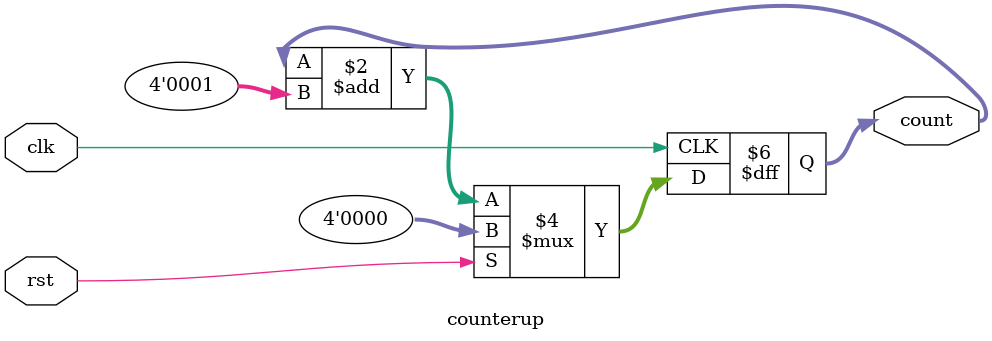
<source format=v>
module counterup(count,clk,rst);
input clk,rst;
output[3:0]count;
reg[3:0]count;
always@(posedge clk)
begin
if(rst)
count<=4'b0000;
else
count<=count+4'b1;
end
endmodule

</source>
